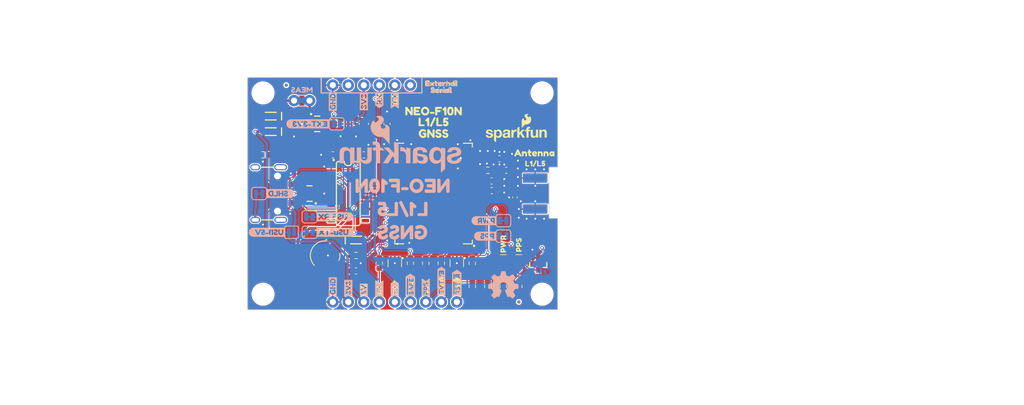
<source format=kicad_pcb>
(kicad_pcb (version 20240108) (generator "pcbnew") (generator_version "8.0")
  (layers (0 "F.Cu" signal) (31 "B.Cu" signal) (34 "B.Paste" user) (35 "F.Paste" user) (36 "B.SilkS" user "B.Silkscreen") (37 "F.SilkS" user "F.Silkscreen") (38 "B.Mask" user) (39 "F.Mask" user) (44 "Edge.Cuts" user))
  (net 0 "")
  (net 1 "GND")
  (net 2 "3.3V")
  (net 3 "3.3V_A")
  (net 4 "Net-(J1-CC1)")
  (net 5 "Net-(J1-CC2)")
  (net 7 "Net-(C4-Pad1)")
  (net 8 "VCC_RF")
  (net 9 "V_BCKP")
  (net 10 "Net-(D6-A2)")
  (net 11 "ANT_IN")
  (net 12 "~{SAFEBOOT}")
  (net 13 "Net-(D4-A)")
  (net 14 "PPS")
  (net 15 "RXD")
  (net 16 "VBUS")
  (net 17 "TXD")
  (net 18 "Net-(JP1-A)")
  (net 19 "Net-(U3-TXD)")
  (net 20 "Net-(U3-RXD)")
  (net 21 "Net-(U3-~{SAFEBOOT})")
  (net 22 "Net-(U3-TIMEPULSE)")
  (net 23 "Net-(U3-EXTINT)")
  (net 24 "Net-(U3-~{RESET})")
  (net 25 "VCC")
  (net 26 "EVENT")
  (net 27 "~{RESET}")
  (net 33 "Net-(D5-PadC)")
  (net 34 "/D+")
  (net 35 "/D-")
  (net 37 "Net-(JP2-A)")
  (net 38 "Net-(JP3-A)")
  (net 39 "Net-(JP4-A)")
  (net 52 "Net-(D1-A)")
  (net 53 "Net-(J1-SHIELD)")
  (net 55 "5V")
  (net 65 "Net-(JP5-A)")
  (net 67 "Net-(J4-Pin_4)")
  (net 69 "3.3V_P")
  (net 70 "Net-(D4-K)")
  (footprint "kibuzzard-654D2357" (layer "F.Cu") (at 133.35 148.463 90)
    (property "Reference" "kibuzzard-654D2357" (hide yes))
    (property "Value" "G***" (hide yes))
  )
  (footprint "kibuzzard-64C2E6A3" (layer "F.Cu") (at 143.51 141.605 90)
    (property "Reference" "kibuzzard-64C2E6A3" (hide yes))
    (property "Value" "G***" (hide yes))
  )
  (footprint "SparkFun-LED:LED_0603_1608Metric_Yellow" (layer "F.Cu") (at 146.05 144.78 -90)
    (property "Reference" "D4")
    (property "Value" "Yellow")
  )
  (footprint "SparkFun-Connector:1x09" (layer "F.Cu") (at 135.89 151.13 180)
    (property "Reference" "J2")
    (property "Value" "Conn_01x09")
  )
  (footprint "SparkFun-Resistor:R_0603_1608Metric" (layer "F.Cu") (at 138.43 148.59 -90)
    (property "Reference" "R12")
    (property "Value" "10k")
  )
  (footprint "SparkFun-Aesthetic:Fiducial_0.5mm_Mask1mm" (layer "F.Cu") (at 107.95 115.57)
    (property "Reference" "FID3")
    (property "Value" "Fiducial_0.5mm")
  )
  (footprint "kibuzzard-64E774EF" (layer "F.Cu") (at 120.65 149.098 90)
    (property "Reference" "kibuzzard-64E774EF" (hide yes))
    (property "Value" "G***" (hide yes))
  )
  (footprint "SparkFun-Resistor:R_0603_1608Metric" (layer "F.Cu") (at 140.97 148.59 90)
    (property "Reference" "R34")
    (property "Value" "33")
  )
  (footprint "SparkFun-Resistor:R_0603_1608Metric" (layer "F.Cu") (at 140.97 129.54 180)
    (property "Reference" "R3")
    (property "Value" "10")
  )
  (footprint "SparkFun-Resistor:R_0603_1608Metric" (layer "F.Cu") (at 123.19 144.78 -90)
    (property "Reference" "R15")
    (property "Value" "33")
  )
  (footprint "SparkFun-Connector:USB-C_16" (layer "F.Cu") (at 107.95 133.35 -90)
    (property "Reference" "J1")
    (property "Value" "USB_C_Receptacle")
  )
  (footprint "SparkFun-Semiconductor-Standard:SOD-323" (layer "F.Cu") (at 105.41 120.65 180)
    (property "Reference" "D7")
    (property "Value" "PMEG4005EJ")
  )
  (footprint "SparkFun-Hardware:Standoff" (layer "F.Cu") (at 149.86 149.86)
    (property "Reference" "ST2")
    (property "Value" "STAND-OFF")
  )
  (footprint "kibuzzard-64C2E6BD" (layer "F.Cu") (at 146.05 141.76375 90)
    (property "Reference" "kibuzzard-64C2E6BD" (hide yes))
    (property "Value" "G***" (hide yes))
  )
  (footprint "kibuzzard-64C2EB16" (layer "F.Cu") (at 148.59 126.6825)
    (property "Reference" "kibuzzard-64C2EB16" (hide yes))
    (property "Value" "G***" (hide yes))
  )
  (footprint "SparkFun-Resistor:R_0603_1608Metric" (layer "F.Cu") (at 130.81 144.78 -90)
    (property "Reference" "R29")
    (property "Value" "33")
  )
  (footprint "SparkFun-Semiconductor-Standard:SOD-323" (layer "F.Cu") (at 119.38 140.97)
    (property "Reference" "D5")
    (property "Value" "PMEG4005EJ")
  )
  (footprint "kibuzzard-654D22ED" (layer "F.Cu") (at 123.19 148.844 90)
    (property "Reference" "kibuzzard-654D22ED" (hide yes))
    (property "Value" "G***" (hide yes))
  )
  (footprint "SparkFun-Resistor:R_0603_1608Metric" (layer "F.Cu") (at 104.14 127 180)
    (property "Reference" "R2")
    (property "Value" "5.1k")
  )
  (footprint "SparkFun-Resistor:R_0603_1608Metric" (layer "F.Cu") (at 146.05 148.59 90)
    (property "Reference" "R5")
    (property "Value" "2.2k")
  )
  (footprint "kibuzzard-655A6CC4" (layer "F.Cu") (at 128.27 148.336 90)
    (property "Reference" "kibuzzard-655A6CC4" (hide yes))
    (property "Value" "G***" (hide yes))
  )
  (footprint "kibuzzard-64E774E1" (layer "F.Cu") (at 115.57 148.59 90)
    (property "Reference" "kibuzzard-64E774E1" (hide yes))
    (property "Value" "G***" (hide yes))
  )
  (footprint "SparkFun-LED:LED_0603_1608Metric_Red" (layer "F.Cu") (at 143.51 144.78 -90)
    (property "Reference" "D1")
    (property "Value" "Red")
  )
  (footprint "kibuzzard-65989942" (layer "F.Cu") (at 133.35 115.2525)
    (property "Reference" "kibuzzard-65989942" (hide yes))
    (property "Value" "G***" (hide yes))
  )
  (footprint "SparkFun-Resistor:R_0603_1608Metric" (layer "F.Cu") (at 143.51 148.59 90)
    (property "Reference" "R4")
    (property "Value" "4.7k")
  )
  (footprint "SparkFun-Capacitor:C_0603_1608Metric" (layer "F.Cu") (at 116.84 121.92 -90)
    (property "Reference" "C2")
    (property "Value" "0.1uF")
  )
  (footprint "SparkFun-Semiconductor-Standard:SOT-353" (layer "F.Cu") (at 125.73 144.78 -90)
    (property "Reference" "D2")
    (property "Value" "PESD3V3L4UG")
  )
  (footprint "SparkFun-Capacitor:C_0603_1608Metric" (layer "F.Cu") (at 121.92 121.92 -90)
    (property "Reference" "L2")
    (property "Value" "30Ohm")
  )
  (footprint "SparkFun-Resistor:R_0603_1608Metric" (layer "F.Cu") (at 128.27 144.78 -90)
    (property "Reference" "R16")
    (property "Value" "33")
  )
  (footprint "SparkFun-Semiconductor-Standard:SOT23-3" (layer "F.Cu") (at 149.225 144.78 -90)
    (property "Reference" "Q1")
    (property "Value" "BSS138")
  )
  (footprint "SparkFun-Semiconductor-Standard:SO-16" (layer "F.Cu") (at 118.11 133.35)
    (property "Reference" "U8")
    (property "Value" "CH340C")
  )
  (footprint "SparkFun-Aesthetic:Fiducial_0.5mm_Mask1mm" (layer "F.Cu") (at 146.05 151.13)
    (property "Reference" "FID4")
    (property "Value" "Fiducial_0.5mm")
  )
  (footprint "kibuzzard-654D22C2" (layer "F.Cu") (at 118.11 148.844 90)
    (property "Reference" "kibuzzard-654D22C2" (hide yes))
    (property "Value" "G***" (hide yes))
  )
  (footprint "SparkFun-Connector:SMA_Edge" (layer "F.Cu") (at 148.717 133.35 -90)
    (property "Reference" "J5")
    (property "Value" "Val**")
  )
  (footprint "SparkFun-Capacitor:C_0603_1608Metric" (layer "F.Cu") (at 124.46 121.92 90)
    (property "Reference" "C16")
    (property "Value" "0.1uF")
  )
  (footprint "kibuzzard-6542D208" (layer "F.Cu") (at 132.08 119.8245)
    (property "Reference" "kibuzzard-6542D208" (hide yes))
    (property "Value" "G***" (hide yes))
  )
  (footprint "SparkFun-Semiconductor-Standard:SOD-323" (layer "F.Cu") (at 105.41 123.19 180)
    (property "Reference" "D8")
    (property "Value" "PMEG4005EJ")
  )
  (footprint "SparkFun-Resistor:R_0603_1608Metric" (layer "F.Cu") (at 104.14 139.7 180)
    (property "Reference" "R1")
    (property "Value" "5.1k")
  )
  (footprint "SparkFun-Hardware:Standoff" (layer "F.Cu") (at 149.86 116.84)
    (property "Reference" "ST1")
    (property "Value" "STAND-OFF")
  )
  (footprint "SparkFun-Semiconductor-Standard:SOT23-5" (layer "F.Cu") (at 113.03 121.92)
    (property "Reference" "U2")
    (property "Value" "AP2112K-3.3")
  )
  (footprint "SparkFun-Connector:1x06" (layer "F.Cu") (at 128.27 115.57 180)
    (property "Reference" "J4")
    (property "Value" "Conn_01x06")
  )
  (footprint "SparkFun-Capacitor:C_0603_1608Metric" (layer "F.Cu") (at 141.605 132.87375 180)
    (property "Reference" "C4")
    (property "Value" "0.1uF")
  )
  (footprint "SparkFun-Aesthetic:SparkFun_Logo_10mm" (layer "F.Cu") (at 145.57375 123.5075)
    (property "Reference" "G***" (hide yes))
    (property "Value" "LOGO" (hide yes))
  )
  (footprint "SparkFun-Capacitor:C_0603_1608Metric" (layer "F.Cu") (at 119.38 121.92 -90)
    (property "Reference" "C8")
    (property "Value" "1.0uF")
  )
  (footprint "kibuzzard-65989731" (layer "F.Cu") (at 120.65 118.26875 90)
    (property "Reference" "kibuzzard-65989731" (hide yes))
    (property "Value" "G***" (hide yes))
  )
  (footprint "SparkFun-Semiconductor-Standard:SOT-353" (layer "F.Cu") (at 135.89 144.78 -90)
    (property "Reference" "D3")
    (property "Value" "PESD3V3L4UG")
  )
  (footprint "kibuzzard-6542D20F" (layer "F.Cu") (at 132.08 121.6025)
    (property "Reference" "kibuzzard-6542D20F" (hide yes))
    (property "Value" "G***" (hide yes))
  )
  (footprint "SparkFun-Capacitor:C_0603_1608Metric" (layer "F.Cu") (at 142.875 127.635 180)
    (property "Reference" "C7")
    (property "Value" "47pF")
  )
  (footprint "kibuzzard-64E773DA" (layer "F.Cu") (at 115.57 118.26875 90)
    (property "Reference" "kibuzzard-64E773DA" (hide yes))
    (property "Value" "G***" (hide yes))
  )
  (footprint "kibuzzard-654D232B" (layer "F.Cu") (at 130.81 148.717 90)
    (property "Reference" "kibuzzard-654D232B" (hide yes))
    (property "Value" "G***" (hide yes))
  )
  (footprint "SparkFun-Capacitor:C_0603_1608Metric" (layer "F.Cu") (at 120.65 127)
    (property "Reference" "C12")
    (property "Value" "0.1uF")
  )
  (footprint "kibuzzard-659876FC" (layer "F.Cu") (at 123.19 118.11 90)
    (property "Reference" "kibuzzard-659876FC" (hide yes))
    (property "Value" "G***" (hide yes))
  )
  (footprint "kibuzzard-654D22FF" (layer "F.Cu") (at 125.73 148.844 90)
    (property "Reference" "kibuzzard-654D22FF" (hide yes))
    (property "Value" "G***" (hide yes))
  )
  (footprint "kibuzzard-654D4A62" (layer "F.Cu") (at 148.74875 128.42875)
    (property "Reference" "kibuzzard-654D4A62" (hide yes))
    (property "Value" "G***" (hide yes))
  )
  (footprint "SparkFun-Aesthetic:Ordering_Instructions" (layer "F.Cu") (at 165.223 101.85)
    (property "Reference" "U7" (hide yes))
    (property "Value" "~" (hide yes))
  )
  (footprint "SparkFun-Capacitor:C_0603_1608Metric" (layer "F.Cu") (at 141.605 131.28625 180)
    (property "Reference" "C6")
    (property "Value" "47pF")
  )
  (footprint "kibuzzard-655A6C20" (layer "F.Cu") (at 135.89 148.59 90)
    (property "Reference" "kibuzzard-655A6C20" (hide yes))
    (property "Value" "G***" (hide yes))
  )
  (footprint "SparkFun-Resistor:R_0603_1608Metric" (layer "F.Cu") (at 138.43 144.78 -90)
    (property "Reference" "R31")
    (property "Value" "33")
  )
  (footprint "SparkFun-Capacitor:C_0603_1608Metric" (layer "F.Cu") (at 109.22 121.92 -90)
    (property "Reference" "C1")
    (property "Value" "0.1uF")
  )
  (footprint "kibuzzard-6598770D" (layer "F.Cu") (at 125.73 118.11 90)
    (property "Reference" "kibuzzard-6598770D" (hide yes))
    (property "Value" "G***" (hide yes))
  )
  (footprint "SparkFun-Semiconductor-Standard:SOT23-6" (layer "F.Cu") (at 111.76 133.35 180)
    (property "Reference" "U1")
    (property "Value" "DT1042-04SO")
  )
  (footprint "SparkFun-Battery:ML414H_IV01E" (layer "F.Cu") (at 114.3 143.51)
    (property "Reference" "BT1")
    (property "Value" "6.8mm_ML414H")
  )
  (footprint "SparkFun-Capacitor:C_0603_1608Metric" (layer "F.Cu") (at 115.57 127 180)
    (property "Reference" "C13")
    (property "Value" "0.1uF")
  )
  (footprint "kibuzzard-64D296AE" (layer "F.Cu") (at 132.08 123.5075)
    (property "Reference" "kibuzzard-64D296AE" (hide yes))
    (property "Value" "G***" (hide yes))
  )
  (footprint "kibuzzard-6598994F" (layer "F.Cu") (at 133.35 116.36375)
    (property "Reference" "kibuzzard-6598994F" (hide yes))
    (property "Value" "G***" (hide yes))
  )
  (footprint "SparkFun-Hardware:Standoff" (layer "F.Cu") (at 104.14 116.84)
    (property "Reference" "ST3")
    (property "Value" "STAND-OFF")
  )
  (footprint "SparkFun-Resistor:R_0603_1608Metric" (layer "F.Cu") (at 133.35 144.78 -90)
    (property "Reference" "R30")
    (property "Value" "33")
  )
  (footprint "SparkFun-Capacitor:C_0603_1608Metric" (layer "F.Cu") (at 119.38 146.05)
    (property "Reference" "C3")
    (property "Value" "1.0uF")
  )
  (footprint "SparkFun-Capacitor:C_0603_1608Metric" (layer "F.Cu") (at 143.98625 129.54)
    (property "Reference" "L1")
    (property "Value" "33nH")
  )
  (footprint "SparkFun-Aesthetic:Creative_Commons_License" (layer "F.Cu") (at 107.95 163.83)
    (property "Reference" "G1" (hide yes))
    (property "Value" "OSHW_Logo" (hide yes))
  )
  (footprint "SparkFun-Resistor:R_0603_1608Metric" (layer "F.Cu") (at 119.38 143.51)
    (property "Reference" "R7")
    (property "Value" "1k")
  )
  (footprint "SparkFun-Capacitor:C_0402_1005Metric" (layer "F.Cu") (at 145.415 133.985 90)
    (property "Reference" "D6")
    (property "Value" " PESD0402")
  )
  (footprint "SparkFun-GPS:NEO-M9N_M8T_M8U_D9S_F9P_F10N" (layer "F.Cu") (at 132.08 133.35)
    (property "Reference" "U3")
    (property "Value" "NEO-F10N")
  )
  (footprint "SparkFun-Hardware:Standoff" (layer "F.Cu") (at 104.14 149.86)
    (property "Reference" "ST4")
    (property "Value" "STAND-OFF")
  )
  (footprint "kibuzzard-654D4E65" (layer "B.Cu") (at 133.35 147.701 -90)
    (property "Reference" "kibuzzard-654D4E65" (hide yes))
    (property "Value" "G***" (hide yes))
  )
  (footprint "kibuzzard-64E774F5" (layer "B.Cu") (at 120.65 149.098 -90)
    (property "Reference" "kibuzzard-64E774F5" (hide yes))
    (property "Value" "G***" (hide yes))
  )
  (footprint "kibuzzard-65989F92" (layer "B.Cu") (at 140.49375 140.335 180)
    (property "Reference" "kibuzzard-65989F92" (hide yes))
    (property "Value" "G***" (hide yes))
  )
  (footprint "kibuzzard-654D22C2" (layer "B.Cu") (at 118.11 148.844 -90)
    (property "Reference" "kibuzzard-654D22C2" (hide yes))
    (property "Value" "G***" (hide yes))
  )
  (footprint "SparkFun-Jumper:Jumper_2_NC_Trace" (layer "B.Cu") (at 143.51 140.335)
    (property "Reference" "JP3")
    (property "Value" "~")
  )
  (footprint "SparkFun-Jumper:Jumper_2_PTH_SMD_Combo-NC" (layer "B.Cu") (at 110.49 118.11)
    (property "Reference" "JP5")
    (property "Value" "Measure")
  )
  (footprint "SparkFun-Jumper:Jumper_2_NC_Trace" (layer "B.Cu") (at 103.505 133.35 180)
    (property "Reference" "JP7")
    (property "Value" "~")
  )
  (footprint "SparkFun-Jumper:Jumper_2_NC_Trace" (layer "B.Cu") (at 111.76 137.16)
    (property "Reference" "JP1")
    (property "Value" "~")
  )
  (footprint "SparkFun-Aesthetic:Fiducial_0.5mm_Mask1mm" (layer "B.Cu") (at 107.95 115.57 180)
    (property "Reference" "FID2")
    (property "Value" "Fiducial_0.5mm")
  )
  (footprint "kibuzzard-654D24AA" (layer "B.Cu") (at 116.078 139.7 180)
    (property "Reference" "kibuzzard-654D24AA" (hide yes))
    (property "Value" "G***" (hide yes))
  )
  (footprint "SparkFun-Aesthetic:Fiducial_0.5mm_Mask1mm" (layer "B.Cu") (at 146.05 151.13 180)
    (property "Reference" "FID1")
    (property "Value" "Fiducial_0.5mm")
  )
  (footprint "kibuzzard-64E773DA" (layer "B.Cu") (at 115.57 118.26875 -90)
    (property "Reference" "kibuzzard-64E773DA" (hide yes))
    (property "Value" "G***" (hide yes))
  )
  (footprint "SparkFun-Aesthetic:SparkFun_Logo_20mm" (layer "B.Cu") (at 127 127 180)
    (property "Reference" "G***" (hide yes))
    (property "Value" "LOGO" (hide yes))
  )
  (footprint "kibuzzard-65989731" (layer "B.Cu") (at 120.65 118.26875 -90)
    (property "Reference" "kibuzzard-65989731" (hide yes))
    (property "Value" "G***" (hide yes))
  )
  (footprint "SparkFun-Jumper:Jumper_2_NO" (layer "B.Cu") (at 108.8136 139.7)
    (property "Reference" "JP6")
    (property "Value" "~")
  )
  (footprint "kibuzzard-65989F89" (layer "B.Cu") (at 140.335 137.795 180)
    (property "Reference" "kibuzzard-65989F89" (hide yes))
    (property "Value" "G***" (hide yes))
  )
  (footprint "kibuzzard-65989F3D" (layer "B.Cu") (at 104.775 139.7 180)
    (property "Reference" "kibuzzard-65989F3D" (hide yes))
    (property "Value" "G***" (hide yes))
  )
  (footprint "SparkFun-Jumper:Jumper_2_NC_Trace" (layer "B.Cu") (at 116.205 121.92 180)
    (property "Reference" "JP8")
    (property "Value" "~")
  )
  (footprint "SparkFun-Aesthetic:OSHW_Logo_5mm" (layer "B.Cu") (at 143.51 148.59 180)
    (property "Reference" "Ref**" (hide yes))
    (property "Value" "Val**" (hide yes))
  )
  (footprint "kibuzzard-6598A076" (layer "B.Cu") (at 106.9975 133.35 180)
    (property "Reference" "kibuzzard-6598A076" (hide yes))
    (property "Value" "G***" (hide yes))
  )
  (footprint "SparkFun-Jumper:Jumper_2_NC_Trace" (layer "B.Cu") (at 111.76 139.7)
    (property "Reference" "JP4")
    (property "Value" "~")
  )
  (footprint "kibuzzard-65989942" (layer "B.Cu") (at 133.35 115.2525 180)
    (property "Reference" "kibuzzard-65989942" (hide yes))
    (property "Value" "G***" (hide yes))
  )
  (footprint "kibuzzard-650880E6" (layer "B.Cu") (at 127 139.7 180)
    (property "Reference" "kibuzzard-650880E6" (hide yes))
    (property "Value" "G***" (hide yes))
  )
  (footprint "kibuzzard-654D4E9F" (layer "B.Cu") (at 125.73 148.971 -90)
    (property "Reference" "kibuzzard-654D4E9F" (hide yes))
    (property "Value" "G***" (hide yes))
  )
  (footprint "kibuzzard-654D4EBD" (layer "B.Cu") (at 123.19 148.971 -90)
    (property "Reference" "kibuzzard-654D4EBD" (hide yes))
    (property "Value" "G***" (hide yes))
  )
  (footprint "kibuzzard-655A6CE2" (layer "B.Cu") (at 128.27 148.336 -90)
    (property "Reference" "kibuzzard-655A6CE2" (hide yes))
    (property "Value" "G***" (hide yes))
  )
  (footprint "kibuzzard-654D24CA" (layer "B.Cu") (at 110.49 116.332 180)
    (property "Reference" "kibuzzard-654D24CA" (hide yes))
    (property "Value" "G***" (hide yes))
  )
  (footprint "kibuzzard-6542D1F0" (layer "B.Cu") (at 127 132.08 180)
    (property "Reference" "kibuzzard-6542D1F0" (hide yes))
    (property "Value" "G***" (hide yes))
  )
  (footprint "kibuzzard-6542D1FC" (layer "B.Cu") (at 127 135.89 180)
    (property "Reference" "kibuzzard-6542D1FC" (hide yes))
    (property "Value" "G***" (hide yes))
  )
  (footprint "SparkFun-Jumper:Jumper_2_NC_Trace" (layer "B.Cu") (at 143.51 137.795)
    (property "Reference" "JP2")
    (property "Value" "~")
  )
  (footprint "kibuzzard-6598978C" (layer "B.Cu") (at 125.73 118.11 -90)
    (property "Reference" "kibuzzard-6598978C" (hide yes))
    (property "Value" "G***" (hide yes))
  )
  (footprint "kibuzzard-654D24A3" (layer "B.Cu") (at 115.951 137.16 180)
    (property "Reference" "kibuzzard-654D24A3" (hide yes))
    (property "Value" "G***" (hide yes))
  )
  (footprint "kibuzzard-654D4E82" (layer "B.Cu") (at 130.81 148.717 -90)
    (property "Reference" "kibuzzard-654D4E82" (hide yes))
    (property "Value" "G***" (hide yes))
  )
  (footprint "kibuzzard-6598A013" (layer "B.Cu") (at 111.4425 121.92 180)
    (property "Reference" "kibuzzard-6598A013" (hide yes))
    (property "Value" "G***" (hide yes))
  )
  (footprint "kibuzzard-64E774E7" (layer "B.Cu") (at 115.57 148.59 -90)
    (property "Reference" "kibuzzard-64E774E7" (hide yes))
    (property "Value" "G***" (hide yes))
  )
  (footprint "kibuzzard-655A6C73" (layer "B.Cu") (at 135.89 147.955 -90)
    (property "Reference" "kibuzzard-655A6C73" (hide yes))
    (property "Value" "G***" (hide yes))
  )
  (footprint "kibuzzard-65989781" (layer "B.Cu") (at 123.19 118.11 -90)
    (property "Reference" "kibuzzard-65989781" (hide yes))
    (property "Value" "G***" (hide yes))
  )
  (footprint "kibuzzard-6598994F" (layer "B.Cu") (at 133.35 116.36375 180)
    (property "Reference" "kibuzzard-6598994F" (hide yes))
    (property "Value" "G***" (hide yes))
  )
  (gr_line (start 130.175 116.84) (end 113.665 116.84) (stroke (width 0.1778)) (layer "B.SilkS"))
  (gr_line (start 113.665 114.45875) (end 113.665 116.84) (stroke (width 0.1778)) (layer "B.SilkS"))
  (gr_line (start 130.175 116.84) (end 130.175 114.45875) (stroke (width 0.1778)) (layer "B.SilkS"))
  (gr_line (start 130.175 114.45875) (end 130.175 116.84) (stroke (width 0.1778)) (layer "F.SilkS"))
  (gr_line (start 113.665 116.84) (end 113.665 114.45875) (stroke (width 0.1778)) (layer "F.SilkS"))
  (gr_line (start 130.175 116.84) (end 113.665 116.84) (stroke (width 0.1778)) (layer "F.SilkS"))
  (gr_poly (pts (xy 101.600572 152.4) (xy 101.600572 114.3) (xy 152.400572 114.3) (xy 152.400572 129.032) (xy 151.003572 129.032) (xy 151.003572 137.414) (xy 152.400572 137.414) (xy 152.400572 152.4)) (stroke (width 0.1)) (fill none) (layer "Edge.Cuts"))
  (gr_text "v10" (at 149.86 146.05 0) (layer "B.Cu" knockout) (effects (font (size 1 1) (thickness 0.25) (bold yes)) (justify mirror)))
  (segment (start 136.04875 125.25375) (end 136.04875 126.0475) (width 0.4064) (layer "F.Cu") (net 1))
  (segment (start 128.11125 141.44625) (end 128.11125 140.97) (width 0.4064) (layer "F.Cu") (net 1))
  (segment (start 111.7299 121.92) (end 110.49 121.92) (width 0.4064) (layer "F.Cu") (net 1))
  (segment (start 136.04875 129.2225) (end 136.72125 128.55) (width 0.4064) (layer "F.Cu") (net 1))
  (segment (start 124.491882 141.053029) (end 124.491882 140.461868) (width 0.4064) (layer "F.Cu") (net 1))
  (segment (start 135.89 143.98) (end 135.89 144.78) (width 0.1778) (layer "F.Cu") (net 1))
  (segment (start 139.674 128.55) (end 139.7 128.524) (width 0.4064) (layer "F.Cu") (net 1))
  (segment (start 136.04875 126.0475) (end 136.35125 126.35) (width 0.4064) (layer "F.Cu") (net 1))
  (segment (start 108.6101 130.125) (end 108.6871 130.048) (width 0.4064) (layer "F.Cu") (net 1))
  (segment (start 128.42875 125.25375) (end 127.3325 126.35) (width 0.4064) (layer "F.Cu") (net 1))
  (segment (start 136.35125 126.35) (end 138.08 126.35) (width 0.4064) (layer "F.Cu") (net 1))
  (segment (start 139.685 126.35) (end 139.7 126.365) (width 0.4064) (layer "F.Cu") (net 1))
  (segment (start 138.08 128.55) (end 139.674 128.55) (width 0.4064) (layer "F.Cu") (net 1))
  (segment (start 108.508 136.575) (end 108.585 136.652) (width 0.4064) (layer "F.Cu") (net 1))
  (segment (start 125.08 126.35) (end 126.08 126.35) (width 0.4064) (layer "F.Cu") (net 1))
  (segment (start 107.61 136.575) (end 108.508 136.575) (width 0.4064) (layer "F.Cu") (net 1))
  (segment (start 127.3325 126.35) (end 126.08 126.35) (width 0.4064) (layer "F.Cu") (net 1))
  (segment (start 124.491882 140.461868) (end 124.60375 140.35) (width 0.4064) (layer "F.Cu") (net 1))
  (segment (start 124.60375 140.35) (end 126.08 140.35) (width 0.4064) (layer "F.Cu") (net 1))
  (segment (start 136.72125 128.55) (end 138.08 128.55) (width 0.4064) (layer "F.Cu") (net 1))
  (segment (start 113.0601 133.35) (end 114.173 133.35) (width 0.4064) (layer "F.Cu") (net 1))
  (segment (start 123.98375 125.25375) (end 125.08 126.35) (width 0.4064) (layer "F.Cu") (net 1))
  (segment (start 127.49125 140.35) (end 126.08 140.35) (width 0.4064) (layer "F.Cu") (net 1))
  (segment (start 107.61 130.125) (end 108.6101 130.125) (width 0.4064) (layer "F.Cu") (net 1))
  (segment (start 125.73 143.98) (end 125.73 144.78) (width 0.1778) (layer "F.Cu") (net 1))
  (segment (start 138.08 126.35) (end 139.685 126.35) (width 0.4064) (layer "F.Cu") (net 1))
  (segment (start 128.11125 140.97) (end 127.49125 140.35) (width 0.4064) (layer "F.Cu") (net 1))
  (via (at 148.74875 129.38125) (size 0.6096) (drill 0.3048) (layers "F.Cu" "B.Cu") (net 1))
  (via (at 146.05 137.31875) (size 0.6096) (drill 0.3048) (layers "F.Cu" "B.Cu") (net 1))
  (via (at 147.32 137.4775) (size 0.6096) (drill 0.3048) (layers "F.Cu" "B.Cu") (net 1))
  (via (at 139.7 126.365) (size 0.6096) (drill 0.3048) (layers "F.Cu" "B.Cu") (net 1))
  (via (at 148.2725 142.5575) (size 0.6096) (drill 0.3048) (layers "F.Cu" "B.Cu") (net 1))
  (via (at 125.73 144.78) (size 0.6096) (drill 0.3048) (layers "F.Cu" "B.Cu") (net 1))
  (via (at 124.46 119.888) (size 0.6096) (drill 0.3048) (layers "F.Cu" "B.Cu") (net 1))
  (via (at 114.173 128.905) (size 0.6096) (drill 0.3048) (layers "F.Cu" "B.Cu") (net 1))
  (via (at 126.111 124.587) (size 0.6096) (drill 0.3048) (layers "F.Cu" "B.Cu") (net 1))
  (via (at 128.42875 125.25375) (size 0.6096) (drill 0.3048) (layers "F.Cu" "B.Cu") (net 1))
  (via (at 136.525 127.508) (size 0.6096) (drill 0.3048) (layers "F.Cu" "B.Cu") (net 1))
  (via (at 123.98375 125.25375) (size 0.6096) (drill 0.3048) (layers "F.Cu" "B.Cu") (net 1))
  (via (at 150.1775 129.38125) (size 0.6096) (drill 0.3048) (layers "F.Cu" "B.Cu") (net 1))
  (via (at 145.89125 127.9525) (size 0.6096) (drill 0.3048) (layers "F.Cu" "B.Cu") (net 1))
  (via (at 110.49 121.92) (size 0.6096) (drill 0.3048) (layers "F.Cu" "B.Cu") (net 1))
  (via (at 142.875 128.5875) (size 0.6096) (drill 0.3048) (layers "F.Cu" "B.Cu") (net 1))
  (via (at 104.1151 128.11125) (size 0.6096) (drill 0.3048) (layers "F.Cu" "B.Cu") (net 1))
  (via (at 139.7 128.524) (size 0.6096) (drill 0.3048) (layers "F.Cu" "B.Cu") (net 1))
  (via (at 108.6871 130.048) (size 0.6096) (drill 0.3048) (layers "F.Cu" "B.Cu") (net 1))
  (via (at 140.81125 128.42875) (size 0.6096) (drill 0.3048) (layers "F.Cu" "B.Cu") (net 1))
  (via (at 104.1151 138.43) (size 0.6096) (drill 0.3048) (layers "F.Cu" "B.Cu") (net 1))
  (via (at 126.111 141.605) (size 0.6096) (drill 0.3048) (layers "F.Cu" "B.Cu") (net 1))
  (via (at 145.89125 129.2225) (size 0.6096) (drill 0.3048) (layers "F.Cu" "B.Cu") (net 1))
  (via (at 142.875 126.52375) (size 0.6096) (drill 0.3048) (layers "F.Cu" "B.Cu") (net 1))
  (via (at 144.4625 133.985) (size 0.6096) (drill 0.3048) (layers "F.Cu" "B.Cu") (net 1))
  (via (at 114.173 133.35) (size 0.6096) (drill 0.3048) (layers "F.Cu" "B.Cu") (net 1))
  (via (at 121.412 125.349) (size 0.6096) (drill 0.3048) (layers "F.Cu" "B.Cu") (net 1))
  (via (at 124.491882 141.053029) (size 0.6096) (drill 0.3048) (layers "F.Cu" "B.Cu") (net 1))
  (via (at 142.08125 126.365) (size 0.6096) (drill 0.3048) (layers "F.Cu" "B.Cu") (net 1))
  (via (at 150.1775 137.4775) (size 0.6096) (drill 0.3048) (layers "F.Cu" "B.Cu") (net 1))
  (via (at 116.84 123.952) (size 0.6096) (drill 0.3048) (layers "F.Cu" "B.Cu") (net 1))
  (via (at 141.9225 128.5875) (size 0.6096) (drill 0.3048) (layers "F.Cu" "B.Cu") (net 1))
  (via (at 146.3675 134.62) (size 0.6096) (drill 0.3048) (layers "F.Cu" "B.Cu") (net 1))
  (via (at 119.38 123.98375) (size 0.6096) (drill 0.3048) (layers "F.Cu" "B.Cu") (net 1))
  (via (at 136.04875 129.2225) (size 0.6096) (drill 0.3048) (layers "F.Cu" "B.Cu") (net 1))
  (via (at 114.77625 143.51) (size 0.6096) (drill 0.3048) (layers "F.Cu" "B.Cu") (net 1))
  (via (at 143.66875 133.19125) (size 0.6096) (drill 0.3048) (layers "F.Cu" "B.Cu") (net 1))
  (via (at 113.665 127) (size 0.6096) (drill 0.3048) (layers "F.Cu" "B.Cu") (net 1))
  (via (at 145.89125 130.65125) (size 0.6096) (drill 0.3048) (layers "F.Cu" "B.Cu") (net 1))
  (via (at 140.97 126.365) (size 0.6096) (drill 0.3048) (layers "F.Cu" "B.Cu") (net 1))
  (via (at 138.1125 124.61875) (size 0.6096) (drill 0.3048) (layers "F.Cu" "B.Cu") (net 1))
  (via (at 144.93875 126.84125) (size 0.6096) (drill 0.3048) (layers "F.Cu" "B.Cu") (net 1))
  (via (at 148.74875 137.4775) (size 0.6096) (drill 0.3048) (layers "F.Cu" "B.Cu") (net 1))
  (via (at 148.74875 132.08) (size 0.6096) (drill 0.3048) (layers "F.Cu" "B.Cu") (net 1))
  (via (at 145.89125 132.08) (size 0.6096) (drill 0.3048) (layers "F.Cu" "B.Cu") (net 1))
  (via (at 147.32 129.38125) (size 0.6096) (drill 0.3048) (layers "F.Cu" "B.Cu") (net 1))
  (via (at 108.585 136.652) (size 0.6096) (drill 0.3048) (layers "F.Cu" "B.Cu") (net 1))
  (via (at 128.11125 141.44625) (size 0.6096) (drill 0.3048) (layers "F.Cu" "B.Cu") (net 1))
  (via (at 143.66875 126.52375) (size 0.6096) (drill 0.3048) (layers "F.Cu" "B.Cu") (net 1))
  (via (at 109.22 123.98375) (size 0.6096) (drill 0.3048) (layers "F.Cu" "B.Cu") (net 1))
  (via (at 120.142 144.78) (size 0.6096) (drill 0.3048) (layers "F.Cu" "B.Cu") (net 1))
  (via (at 136.04875 125.25375) (size 0.6096) (drill 0.3048) (layers "F.Cu" "B.Cu") (net 1))
  (via (at 143.66875 128.5875) (size 0.6096) (drill 0.3048) (layers "F.Cu" "B.Cu") (net 1))
  (via (at 135.89 144.78) (size 0.6096) (drill 0.3048) (layers "F.Cu" "B.Cu") (net 1))
  (via (at 148.74875 134.62) (size 0.6096) (drill 0.3048) (layers "F.Cu" "B.Cu") (net 1))
  (via (at 143.66875 130.96875) (size 0.6096) (drill 0.3048) (layers "F.Cu" "B.Cu") (net 1))
  (via (at 146.05 135.89) (size 0.6096) (drill 0.3048) (layers "F.Cu" "B.Cu") (net 1))
  (via (at 143.66875 132.08) (size 0.6096) (drill 0.3048) (layers "F.Cu" "B.Cu") (net 1))
  (segment (start 116.205 139.065) (end 118.11 137.16) (width 0.4064) (layer "F.Cu") (net 2))
  (segment (start 118.11 121.145) (end 119.38 121.145) (width 0.4064) (layer "F.Cu") (net 2))
  (segment (start 115.72875 120.97) (end 116.665 120.97) (width 0.4064) (layer "F.Cu") (net 2))
  (segment (start 109.855 146.05) (end 109.855 140.97) (width 0.4064) (layer "F.Cu") (net 2))
  (segment (start 111.76 139.065) (end 116.205 139.065) (width 0.4064) (layer "F.Cu") (net 2))
  (segment (start 118.11 124.46) (end 118.11 121.145) (width 0.4064) (layer "F.Cu") (net 2))
  (segment (start 118.11 151.13) (end 114.935 147.955) (width 0.4064) (layer "F.Cu") (net 2))
  (segment (start 114.935 147.955) (end 111.76 147.955) (width 0.4064) (layer "F.Cu") (net 2))
  (segment (start 109.855 140.97) (end 111.76 139.065) (width 0.4064) (layer "F.Cu") (net 2))
  (segment (start 118.11 137.16) (end 118.11 124.46) (width 0.4064) (layer "F.Cu") (net 2))
  (segment (start 114.3301 120.97) (end 115.72875 120.97) (width 0.4064) (layer "F.Cu") (net 2))
  (segment (start 115.72875 120.3325) (end 115.72875 120.97) (width 0.4064) (layer "F.Cu") (net 2))
  (segment (start 116.665 120.97) (end 116.84 121.145) (width 0.4064) (layer "F.Cu") (net 2))
  (segment (start 119.38 121.145) (end 121.92 121.145) (width 0.4064) (layer "F.Cu") (net 2))
  (segment (start 111.76 147.955) (end 109.855 146.05) (width 0.4064) (layer "F.Cu") (net 2))
  (segment (start 116.84 121.145) (end 118.11 121.145) (width 0.4064) (layer "F.Cu") (net 2))
  (via (at 115.72875 120.3325) (size 0.56) (drill 0.3) (layers "F.Cu" "B.Cu") (net 2))
  (segment (start 115.6843 120.37695) (end 115.72875 120.3325) (width 0.4064) (layer "B.Cu") (net 2))
  (segment (start 115.6843 121.92) (end 115.6843 120.37695) (width 0.4064) (layer "B.Cu") (net 2))
  (segment (start 122.497 139.25) (end 122.428 139.319) (width 0.4064) (layer "F.Cu") (net 3))
  (segment (start 140.97 145.246973) (end 140.97 143.002) (width 0.1778) (layer "F.Cu") (net 3))
  (segment (start 122.428 139.954) (end 122.428 139.319) (width 0.4064) (layer "F.Cu") (net 3))
  (segment (start 138.451973 147.765) (end 140.97 145.246973) (width 0.1778) (layer "F.Cu") (net 3))
  (segment (start 138.43 147.765) (end 138.451973 147.765) (width 0.1778) (layer "F.Cu") (net 3))
  (segment (start 122.428 124.587) (end 121.92 124.079) (width 0.4064) (layer "F.Cu") (net 3))
  (segment (start 126.08 139.25) (end 122.497 139.25) (width 0.4064) (layer "F.Cu") (net 3))
  (segment (start 120.53 140.97) (end 121.3485 140.97) (width 0.4064) (layer "F.Cu") (net 3))
  (segment (start 122.3645 139.954) (end 122.428 139.954) (width 0.4064) (layer "F.Cu") (net 3))
  (segment (start 122.428 139.319) (end 122.428 124.587) (width 0.4064) (layer "F.Cu") (net 3))
  (segment (start 121.3485 140.97) (end 122.3645 139.954) (width 0.4064) (layer "F.Cu") (net 3))
  (segment (start 121.92 122.695) (end 124.46 122.695) (width 0.4064) (layer "F.Cu") (net 3))
  (segment (start 121.92 124.079) (end 121.92 122.695) (width 0.4064) (layer "F.Cu") (net 3))
  (via (at 140.97 143.002) (size 0.56) (drill 0.3) (layers "F.Cu" "B.Cu") (net 3))
  (via (at 122.428 139.954) (size 0.56) (drill 0.3) (layers "F.Cu" "B.Cu") (net 3))
  (segment (start 144.0307 139.7) (end 144.0307 135.7757) (width 0.1778) (layer "B.Cu") (net 3))
  (segment (start 144.0307 135.7757) (end 143.51 135.255) (width 0.1778) (layer "B.Cu") (net 3))
  (segment (start 141.605 135.255) (end 140.97 135.89) (width 0.1778) (layer "B.Cu") (net 3))
  (segment (start 122.428 143.256) (end 122.428 142.494) (width 0.1778) (layer "B.Cu") (net 3))
  (segment (start 140.97 135.89) (end 140.97 143.002) (width 0.1778) (layer "B.Cu") (net 3))
  (segment (start 140.97 143.002) (end 140.462 143.51) (width 0.1778) (layer "B.Cu") (net 3))
  (segment (start 143.51 135.255) (end 141.605 135.255) (width 0.1778) (layer "B.Cu") (net 3))
  (segment (start 122.428 139.954) (end 122.428 142.494) (width 0.4064) (layer "B.Cu") (net 3))
  (segment (start 140.462 143.51) (end 122.682 143.51) (width 0.1778) (layer "B.Cu") (net 3))
  (segment (start 122.682 143.51) (end 122.428 143.256) (width 0.1778) (layer "B.Cu") (net 3))
  (segment (start 104.965 131.127) (end 105.938 132.1) (width 0.1778) (layer "F.Cu") (net 4))
  (segment (start 105.938 132.1) (end 107.61 132.1) (width 0.1778) (layer "F.Cu") (net 4))
  (segment (start 104.965 127) (end 104.965 131.127) (width 0.1778) (layer "F.Cu") (net 4))
  (segment (start 104.965 136.335) (end 106.2 135.1) (width 0.1778) (layer "F.Cu") (net 5))
  (segment (start 104.965 139.7) (end 104.965 136.335) (width 0.1778) (layer "F.Cu") (net 5))
  (segment (start 106.2 135.1) (end 107.61 135.1) (width 0.1778) (layer "F.Cu") (net 5))
  (segment (start 142.38 131.28625) (end 142.38 129.55875) (width 0.4064) (layer "F.Cu") (net 7))
  (segment (start 142.39875 129.54) (end 143.21125 129.54) (width 0.4064) (layer "F.Cu") (net 7))
  (segment (start 142.38 129.55875) (end 142.39875 129.54) (width 0.4064) (layer "F.Cu") (net 7))
  (segment (start 142.38 132.87375) (end 142.38 131.28625) (width 0.4064) (layer "F.Cu") (net 7))
  (segment (start 141.63625 129.54) (end 142.39875 129.54) (width 0.4064) (layer "F.Cu") (net 7))
  (segment (start 138.08 129.65) (end 139.87625 129.65) (width 0.4064) (layer "F.Cu") (net 8))
  (segment (start 139.87625 129.65) (end 139.98625 129.54) (width 0.4064) (layer "F.Cu") (net 8))
  (segment (start 120.205 143.51) (end 121.285 143.51) (width 0.1778) (layer "F.Cu") (net 9))
  (segment (start 118.605 144.634) (end 118.618 144.621) (width 0.1778) (layer "F.Cu") (net 9))
  (segment (start 118.605 146.05) (end 118.605 144.634) (width 0.1778) (layer "F.Cu") (net 9))
  (segment (start 124.232 138.15) (end 124.206 138.176) (width 0.1778) (layer "F.Cu") (net 9))
  (segment (start 117.1005 141.3575) (end 117.475 141.732) (width 0.1778) (layer "F.Cu") (net 9))
  (segment (start 126.08 138.15) (end 124.232 138.15) (width 0.1778) (layer "F.Cu") (net 9))
  (segment (start 124.206 141.732) (end 123.063 141.732) (width 0.1778) (layer "F.Cu") (net 9))
  (segment (start 123.063 141.732) (end 121.285 143.51) (width 0.1778) (layer "F.Cu") (net 9))
  (segment (start 119.094 144.621) (end 120.205 143.51) (width 0.1778) (layer "F.Cu") (net 9))
  (segment (start 116.35 141.3575) (end 117.1005 141.3575) (width 0.1778) (layer "F.Cu") (net 9))
  (segment (start 117.475 141.732) (end 117.475 144.018) (width 0.1778) (layer "F.Cu") (net 9))
  (segment (start 117.475 144.018) (end 118.078 144.621) (width 0.1778) (layer "F.Cu") (net 9))
  (segment (start 118.618 144.621) (end 119.094 144.621) (width 0.1778) (layer "F.Cu") (net 9))
  (segment (start 118.078 144.621) (end 118.618 144.621) (width 0.1778) (layer "F.Cu") (net 9))
  (via (at 124.206 141.732) (size 0.56) (drill 0.3) (layers "F.Cu" "B.Cu") (net 9))
  (via (at 124.206 138.176) (size 0.56) (drill 0.3) (layers "F.Cu" "B.Cu") (net 9))
  (segment (start 124.206 141.732) (end 123.8504 141.3764) (width 0.1778) (layer "B.Cu") (net 9))
  (segment (start 123.8504 138.5316) (end 124.206 138.176) (width 0.1778) (layer "B.Cu") (net 9))
  (segment (start 123.8504 141.3764) (end 123.8504 138.5316) (width 0.1778) (layer "B.Cu") (net 9))
  (segment (start 145.415 133.35) (end 144.78 132.715) (width 0.9906) (layer "F.Cu") (net 10))
  (segment (start 144.145 127.635) (end 143.65 127.635) (width 0.9906) (layer "F.Cu") (net 10))
  (segment (start 148.717 133.35) (end 145.415 133.35) (width 0.9906) (layer "F.Cu") (net 10))
  (segment (start 144.78 128.27) (end 144.145 127.635) (width 0.9906) (layer "F.Cu") (net 10))
  (segment (start 144.78 132.715) (end 144.78 128.27) (width 0.9906) (layer "F.Cu") (net 10))
  (segment (start 138.08 127.45) (end 141.915 127.45) (width 0.9906) (layer "F.Cu") (net 11))
  (segment (start 141.915 127.45) (end 142.1 127.635) (width 0.9906) (layer "F.Cu") (net 11))
  (segment (start 128.27 151.13) (end 128.27 148.145) (width 0.1778) (layer "F.Cu") (net 12))
  (segment (start 135.24 143.98) (end 135.24 144.414) (width 0.1778) (layer "F.Cu") (net 12))
  (segment (start 131.635 144.78) (end 130.81 145.605) (width 0.1778) (layer "F.Cu") (net 12))
  (segment (start 135.24 144.414) (end 134.874 144.78) (width 0.1778) (layer "F.Cu") (net 12))
  (segment (start 134.874 144.78) (end 131.635 144.78) (width 0.1778) (layer "F.Cu") (net 12))
  (segment (start 128.27 148.145) (end 130.81 145.605) (width 0.1778) (layer "F.Cu") (net 12))
  (segment (start 146.05 145.5675) (end 146.05 147.765) (width 0.1778) (layer "F.Cu") (net 13))
  (segment (start 130.81 151.13) (end 130.81 148.145) (width 0.1778) (layer "F.Cu") (net 14))
  (segment (start 150.175 142.555) (end 149.86 142.24) (width 0.1778) (layer "F.Cu") (net 14))
  (segment (start 130.81 148.145) (end 133.35 145.605) (width 0.1778) (layer "F.Cu") (net 14))
  (segment (start 150.175 143.78) (end 150.175 142.555) (width 0.1778) (layer "F.Cu") (net 14))
  (segment (start 133.35 145.605) (end 133.375 145.58) (width 0.1778) (layer "F.Cu") (net 14))
  (segment (start 133.375 145.58) (end 135.24 145.58) (width 0.1778) (layer "F.Cu") (net 14))
  (via (at 149.86 142.24) (size 0.56) (drill 0.3) (layers "F.Cu" "B.Cu") (net 14))
  (segment (start 149.86 142.875) (end 149.86 142.24) (width 0.1778) (layer "B.Cu") (net 14))
  (segment (start 134.112 147.828) (end 144.907 147.828) (width 0.1778) (layer "B.Cu") (net 14))
  (segment (start 144.907 147.828) (end 149.86 142.875) (width 0.1778) (layer "B.Cu") (net 14))
  (segment (start 130.81 151.13) (end 134.112 147.828) (width 0.1778) (layer "B.Cu") (net 14))
  (segment (start 126.38 145.58) (end 128.245 145.58) (width 0.1778) (layer "F.Cu") (net 15))
  (segment (start 126.38 147.178) (end 126.38 145.58) (width 0.1778) (layer "F.Cu") (net 15))
  (segment (start 125.73 151.13) (end 125.73 147.828) (width 0.1778) (layer "F.Cu") (net 15))
  (segment (start 125.73 147.828) (end 126.38 147.178) (width 0.1778) (layer "F.Cu") (net 15))
  (segment (start 128.245 145.58) (end 128.27 145.605) (width 0.1778) (layer "F.Cu") (net 15))
  (segment (start 121.793 139.192) (end 121.793 144.145) (width 0.1778) (layer "B.Cu") (net 15))
  (segment (start 123.19 133.0325) (end 123.19 115.57) (width 0.1778) (layer "B.Cu") (net 15))
  (segment (start 121.793 137.16) (end 121.793 134.4295) (width 0.1778) (layer "B.Cu") (net 15))
  (segment (start 112.2807 137.16) (end 121.793 137.16) (width 0.1778) (layer "B.Cu") (net 15))
  (segment (start 121.793 134.4295) (end 123.19 133.0325) (width 0.1778) (layer "B.Cu") (net 15))
  (segment (start 121.793 139.192) (end 121.793 137.16) (width 0.1778) (layer "B.Cu") (net 15))
  (segment (start 121.793 144.145) (end 125.73 148.082) (width 0.1778) (layer "B.Cu") (net 15))
  (segment (start 125.73 148.082) (end 125.73 151.13) (width 0.1778) (layer "B.Cu") (net 15))
  (segment (start 108.839 130.9) (end 107.61 130.9) (width 0.4064) (layer "F.Cu") (net 16))
  (segment (start 109.2828 133.3) (end 109.2328 133.35) (width 0.1778) (layer "F.Cu") (net 16))
  (segment (start 119.38 127.495) (end 119.38 128.905) (width 0.1778) (layer "F.Cu") (net 16))
  (segment (start 108.675 135.8) (end 108.712 135.763) (width 0.4064) (layer "F.Cu") (net 16))
  (segment (start 104.26 120.65) (end 105.41 121.8) (width 0.4064) (layer "F.Cu") (net 16))
  (segment (start 110.4599 133.3) (end 109.2828 133.3) (width 0.1778) (layer "F.Cu") (net 16))
  (segment (start 109.347 128.0795) (end 109.347 130.392) (width 0.4064) (layer "F.Cu") (net 16))
  (segment (start 120.91 128.905) (end 119.38 128.905) (width 0.1778) (layer "F.Cu") (net 16))
  (segment (start 105.41 121.8) (end 105.41 124.1425) (width 0.4064) (layer "F.Cu") (net 16))
  (segment (start 119.875 127) (end 119.38 127.495) (width 0.1778) (layer "F.Cu") (net 16))
  (segment (start 107.61 135.8) (end 108.675 135.8) (width 0.4064) (layer "F.Cu") (net 16))
  (segment (start 109.347 130.392) (end 108.839 130.9) (width 0.4064) (layer "F.Cu") (net 16))
  (segment (start 105.41 124.1425) (end 109.347 128.0795) (width 0.4064) (layer "F.Cu") (net 16))
  (via (at 108.712 135.763) (size 0.56) (drill 0.3) (layers "F.Cu" "B.Cu") (net 16))
  (via (at 109.2328 133.35) (size 0.56) (drill 0.3) (layers "F.Cu" "B.Cu") (net 16))
  (via (at 108.839 130.9) (size 0.56) (drill 0.3) (layers "F.Cu" "B.Cu") (net 16))
  (via (at 119.38 128.905) (size 0.56) (drill 0.3) (layers "F.Cu" "B.Cu") (net 16))
  (segment (start 108.585 131.154) (end 108.839 130.9) (width 0.4064) (layer "B.Cu") (net 16))
  (segment (start 109.22 139.7) (end 109.22 138.43) (width 0.4064) (layer "B.Cu") (net 16))
  (segment (start 109.37875 138.27125) (end 109.37875 136.42975) (width 0.4064) (layer "B.Cu") (net 16))
  (segment (start 108.585 133.35) (end 108.585 135.636) (width 0.4064) (layer "B.Cu") (net 16))
  (segment (start 118.8339 129.4511) (end 110.2879 129.4511) (width 0.1778) (layer "B.Cu") (net 16))
  (segment (start 109.22 138.43) (end 109.37875 138.27125) (width 0.4064) (layer "B.Cu") (net 16))
  (segment (start 109.2328 133.35) (end 108.585 133.35) (width 0.1778) (layer "B.Cu") (net 16))
  (segment (start 108.585 135.636) (end 108.712 135.763) (width 0.4064) (layer "B.Cu") (net 16))
  (segment (start 108.585 133.35) (end 108.585 131.154) (width 0.4064) (layer "B.Cu") (net 16))
  (segment (start 110.2879 129.4511) (end 108.839 130.9) (width 0.1778) (layer "B.Cu") (net 16))
  (segment (start 119.38 128.905) (end 118.8339 129.4511) (width 0.1778) (layer "B.Cu") (net 16))
  (segment (start 109.37875 136.42975) (end 108.712 135.763) (width 0.4064) (layer "B.Cu") (net 16))
  (segment (start 123.19 151.13) (end 123.19 145.605) (width 0.1778) (layer "F.Cu") (net 17))
  (segment (start 119.0625 135.73125) (end 119.0625 139.7) (width 0.1778) (layer "F.Cu") (net 17))
  (segment (start 123.215 145.58) (end 125.08 145.58) (width 0.1778) (layer "F.Cu") (net 17))
  (segment (start 125.73 115.57) (end 123.5075 117.7925) (width 0.1778) (layer "F.Cu") (net 17))
  (segment (start 123.19 145.605) (end 123.215 145.58) (width 0.1778) (layer "F.Cu") (net 17))
  (segment (start 123.5075 117.7925) (end 122.555 117.7925) (width 0.1778) (layer "F.Cu") (net 17))
  (via (at 119.0625 135.73125) (size 0.56) (drill 0.3) (layers "F.Cu" "B.Cu") (net 17))
  (via (at 122.555 117.7925) (size 0.56) (drill 0.3) (layers "F.Cu" "B.Cu") (net 17))
  (via (at 119.0625 139.7) (size 0.56) (drill 0.3) (layers "F.Cu" "B.Cu") (net 17))
  (segment (start 122.555 117.7925) (end 122.8598 118.0973) (width 0.1778) (layer "B.Cu") (net 17))
  (segment (start 112.2807 139.7) (end 120.396 139.7) (width 0.1778) (layer "B.Cu") (net 17))
  (segment (start 122.8598 118.0973) (end 122.8598 121.6025) (width 0.1778) (layer "B.Cu") (net 17))
  (segment (start 122.8598 131.93395) (end 119.0625 135.73125) (width 0.1778) (layer "B.Cu") (net 17))
  (segment (start 121.4628 140.7668) (end 121.4628 145.8468) (width 0.1778) (layer "B.Cu") (net 17))
  (segment (start 122.8598 121.6025) (end 122.8598 131.93395) (width 0.1778) (layer "B.Cu") (net 17))
  (segment (start 121.4628 145.8468) (end 123.19 147.574) (width 0.1778) (layer "B.Cu") (net 17))
  (segment (start 123.19 147.574) (end 123.19 151.13) (width 0.1778) (layer "B.Cu") (net 17))
  (segment (start 120.396 139.7) (end 121.4628 140.7668) (width 0.1778) (layer "B.Cu") (net 17))
  (segment (start 115.31 130.175) (end 116.68125 130.175) (width 0.1778) (layer "F.Cu") (net 18))
  (via (at 116.68125 130.175) (size 0.56) (drill 0.3) (layers "F.Cu" "B.Cu") (net 18))
  (segment (start 118.237 131.73075) (end 118.237 135.382) (width 0.1778) (layer "B.Cu") (net 18))
  (segment (start 111.2393 136.1567) (end 111.2393 137.16) (width 0.1778) (layer "B.Cu") (net 18))
  (segment (start 118.237 135.382) (end 117.729 135.89) (width 0.1778) (layer "B.Cu") (net 18))
  (segment (start 111.506 135.89) (end 111.2393 136.1567) (width 0.1778) (layer "B.Cu") (net 18))
  (segment (start 117.729 135.89) (end 111.506 135.89) (width 0.1778) (layer "B.Cu") (net 18))
  (segment (start 116.68125 130.175) (end 118.237 131.73075) (width 0.1778) (layer "B.Cu") (net 18))
  (segment (start 124.4 135.95) (end 124.333 136.017) (width 0.1778) (layer "F.Cu") (net 19))
  (segment (start 123.19 143.955) (end 123.19 142.748) (width 0.1778) (layer "F.Cu") (net 19))
  (segment (start 126.08 135.95) (end 124.4 135.95) (width 0.1778) (layer "F.Cu") (net 19))
  (via (at 123.19 142.748) (size 0.56) (drill 0.3) (layers "F.Cu" "B.Cu") (net 19))
  (via (at 124.333 136.017) (size 0.56) (drill 0.3) (layers "F.Cu" "B.Cu") (net 19))
  (segment (start 124.333 136.017) (end 123.19 137.16) (width 0.1778) (layer "B.Cu") (net 19))
  (segment (start 123.19 137.16) (end 123.19 142.748) (width 0.1778) (layer "B.Cu") (net 19))
  (segment (start 128.27 143.955) (end 128.27 142.748) (width 0.1778) (layer "F.Cu") (net 20))
  (segment (start 124.443 137.05) (end 126.08 137.05) (width 0.1778) (layer "F.Cu") (net 20))
  (segment (start 124.333 137.16) (end 124.443 137.05) (width 0.1778) (layer "F.Cu") (net 20))
  (via (at 124.333 137.16) (size 0.56) (drill 0.3) (layers "F.Cu" "B.Cu") (net 20))
  (via (at 128.27 142.748) (size 0.56) (drill 0.3) (layers "F.Cu" "B.Cu") (net 20))
  (segment (start 124.079 142.748) (end 128.27 142.748) (width 0.1778) (layer "B.Cu") (net 20))
  (segment (start 123.5202 142.1892) (end 124.079 142.748) (width 0.1778) (layer "B.Cu") (net 20))
  (segment (start 123.952 137.16) (end 123.5202 137.5918) (width 0.1778) (layer "B.Cu") (net 20))
  (segment (start 124.333 137.16) (end 123.952 137.16) (width 0.1778) (layer "B.Cu") (net 20))
  (segment (start 123.5202 137.5918) (end 123.5202 142.1892) (width 0.1778) (layer "B.Cu") (net 20))
  (segment (start 139.954 140.6144) (end 139.954 141.497052) (width 0.1778) (layer "F.Cu") (net 21))
  (segment (start 132.4742 142.2908) (end 130.81 143.955) (width 0.1778) (layer "F.Cu") (net 21))
  (segment (start 138.08 140.35) (end 139.6896 140.35) (width 0.1778) (layer "F.Cu") (net 21))
  (segment (start 139.160252 142.2908) (end 132.4742 142.2908) (width 0.1778) (layer "F.Cu") (net 21))
  (segment (start 139.6896 140.35) (end 139.954 140.6144) (width 0.1778) (layer "F.Cu") (net 21))
  (segment (start 139.954 141.497052) (end 139.160252 142.2908) (width 0.1778) (layer "F.Cu") (net 21))
  (segment (start 140.055 138.15) (end 140.5128 138.6078) (width 0.1778) (layer "F.Cu") (net 22))
  (segment (start 139.7 142.621) (end 134.684 142.621) (width 0.1778) (layer "F.Cu") (net 22))
  (segment (start 138.08 138.15) (end 140.055 138.15) (width 0.1778) (layer "F.Cu") (net 22))
  (segment (start 134.684 142.621) (end 133.35 143.955) (width 0.1778) (layer "F.Cu") (net 22))
  (segment (start 140.5128 138.6078) (end 140.5128 141.8082) (width 0.1778) (layer "F.Cu") (net 22))
  (segment (start 140.5128 141.8082) (end 139.7 142.621) (width 0.1778) (layer "F.Cu") (net 22))
  (segment (start 140.843 137.9982) (end 140.843 142.24) (width 0.1778) (layer "F.Cu") (net 23))
  (segment (start 139.8948 137.05) (end 140.843 137.9982) (width 0.1778) (layer "F.Cu") (net 23))
  (segment (start 139.128 143.955) (end 138.43 143.955) (width 0.1778) (layer "F.Cu") (net 23))
  (segment (start 140.843 142.24) (end 139.128 143.955) (width 0.1778) (layer "F.Cu") (net 23))
  (segment (start 138.08 137.05) (end 139.8948 137.05) (width 0.1778) (layer "F.Cu") (net 23))
  (segment (start 139.7 135.89) (end 140.335 136.525) (width 0.1524) (layer "F.Cu") (net 24))
  (segment (start 139.499694 130.945065) (end 139.7 131.145371) (width 0.1524) (layer "F.Cu") (net 24))
  (segment (start 140.97 147.765) (end 140.97 146.685) (width 0.1778) (layer "F.Cu") (net 24))
  (segment (start 138.08 130.75) (end 139.304629 130.75) (width 0.1524) (layer "F.Cu") (net 24))
  (segment (start 141.4913 137.6813) (end 140.335 136.525) (width 0.1778) (layer "F.Cu") (net 24))
  (segment (start 140.97 146.685) (end 141.4913 146.1637) (width 0.1778) (layer "F.Cu") (net 24))
  (segment (start 139.304629 130.75) (end 139.499694 130.945065) (width 0.1524) (layer "F.Cu") (net 24))
  (segment (start 141.4913 146.1637) (end 141.4913 137.6813) (width 0.1778) (layer "F.Cu") (net 24))
  (segment (start 139.7 131.145371) (end 139.7 135.89) (width 0.1524) (layer "F.Cu") (net 24))
  (segment (start 111.7299 120.97) (end 112.715 120.97) (width 0.4064) (layer "F.Cu") (net 25))
  (segment (start 109.395 120.97) (end 109.22 121.145) (width 0.4064) (layer "F.Cu") (net 25))
  (segment (start 111.76 118.11) (end 111.76 120.9399) (width 0.4064) (layer "F.Cu") (net 25))
  (segment (start 112.715 120.97) (end 113.03 121.285) (width 0.4064) (layer "F.Cu") (net 25))
  (segment (start 113.03 122.555) (end 112.715 122.87) (width 0.4064) (layer "F.Cu") (net 25))
  (segment (start 111.76 120.9399) (end 111.7299 120.97) (width 0.4064) (layer "F.Cu") (net 25))
  (segment (start 113.03 121.285) (end 113.03 122.555) (width 0.4064) (layer "F.Cu") (net 25))
  (segment (start 112.715 122.87) (end 111.7299 122.87) (width 0.4064) (layer "F.Cu") (net 25))
  (segment (start 111.7299 120.97) (end 109.395 120.97) (width 0.4064) (layer "F.Cu") (net 25))
  (segment (start 138.43 145.605) (end 138.405 145.58) (width 0.1778) (layer "F.Cu") (net 26))
  (segment (start 138.405 145.58) (end 136.54 145.58) (width 0.1778) (layer "F.Cu") (net 26))
  (segment (start 133.35 151.13) (end 136.54 147.94) (width 0.1778) (layer "F.Cu") (net 26))
  (segment (start 136.54 147.94) (end 136.54 145.58) (width 0.1778) (layer "F.Cu") (net 26))
  (segment (start 139.065 146.685) (end 139.7 146.05) (width 0.1778) (layer "F.Cu") (net 27))
  (segment (start 139.7 146.05) (end 139.7 145.415) (width 0.1778) (layer "F.Cu") (net 27))
  (segment (start 137.605 146.875) (end 137.795 146.685) (width 0.1778) (layer "F.Cu") (net 27))
  (segment (start 137.795 146.685) (end 139.065 146.685) (width 0.1778) (layer "F.Cu") (net 27))
  (segment (start 139.7 145.415) (end 139.065 144.78) (width 0.1778) (layer "F.Cu") (net 27))
  (segment (start 139.7 149.415) (end 140.97 149.415) (width 0.1778) (layer "F.Cu") (net 27))
  (segment (start 138.43 149.415) (end 139.7 149.415) (width 0.1778) (layer "F.Cu") (net 27))
  (segment (start 136.779 144.78) (end 136.54 144.541) (width 0.1778) (layer "F.Cu") (net 27))
  (segment (start 135.89 151.13) (end 137.605 149.415) (width 0.1778) (layer "F.Cu") (net 27))
  (segment (start 139.065 144.78) (end 136.779 144.78) (width 0.1778) (layer "F.Cu") (net 27))
  (segment (start 137.605 149.415) (end 138.43 149.415) (width 0.1778) (layer "F.Cu") (net 27))
  (segment (start 137.605 149.415) (end 137.605 146.875) (width 0.1778) (layer "F.Cu") (net 27))
  (segment (start 136.54 144.541) (end 136.54 143.98) (width 0.1778) (layer "F.Cu") (net 27))
  (segment (start 118.23 140.97) (end 118.23 142.106) (width 0.1778) (layer "F.Cu") (net 33))
  (segment (start 118.555 142.431) (end 118.555 143.51) (width 0.1778) (layer "F.Cu") (net 33))
  (segment (start 118.23 142.106) (end 118.555 142.431) (width 0.1778) (layer "F.Cu") (net 33))
  (segment (start 115.31 133.985) (end 116.230436 133.985) (width 0.1778) (layer "F.Cu") (net 34))
  (segment (start 108.954 134.1) (end 109.154 134.3) (width 0.1778) (layer "F.Cu") (net 34))
  (segment (start 107.61 134.1) (end 108.954 134.1) (width 0.1778) (layer "F.Cu") (net 34))
  (segment (start 116.449097 134.203661) (end 116.449097 135.639883) (width 0.1778) (layer "F.Cu") (net 34))
  (segment (start 116.230436 133.985) (end 116.449097 134.203661) (width 0.1778) (layer "F.Cu") (net 34))
  (segment (start 106.795 134.1) (end 107.61 134.1) (width 0.1778) (layer "F.Cu") (net 34))
  (segment (start 116.449097 135.639883) (end 116.19898 135.89) (width 0.1778) (layer "F.Cu") (net 34))
  (segment (start 109.154 134.3) (end 109.159 134.3) (width 0.1778) (layer "F.Cu") (net 34))
  (segment (start 111.378466 135.89) (end 116.19898 135.89) (width 0.1778) (layer "F.Cu") (net 34))
  (segment (start 106.803 133.1) (end 106.68 133.223) (width 0.1778) (layer "F.Cu") (net 34))
  (segment (start 110.4599 134.971434) (end 111.378466 135.89) (width 0.1778) (layer "F.Cu") (net 34))
  (segment (start 106.68 133.223) (end 106.68 133.985) (width 0.1778) (layer "F.Cu") (net 34))
  (segment (start 107.61 133.1) (end 106.803 133.1) (width 0.1778) (layer "F.Cu") (net 34))
  (segment (start 110.4599 134.3) (end 110.4599 134.971434) (width 0.1778) (layer "F.Cu") (net 34))
  (segment (start 109.159 134.3) (end 110.4599 134.3) (width 0.1778) (layer "F.Cu") (net 34))
  (segment (start 106.68 133.985) (end 106.795 134.1) (width 0.1778) (layer "F.Cu") (net 34))
  (segment (start 111.76 134.640477) (end 112.374523 135.255) (width 0.1778) (layer "F.Cu") (net 35))
  (segment (start 110.4599 132.4) (end 109.154 132.4) (width 0.1778) (layer "F.Cu") (net 35))
  (segment (start 108.462 133.6) (end 108.712 133.35) (width 0.1778) (layer "F.Cu") (net 35))
  (segment (start 110.4599 132.4) (end 111.388805 132.4) (width 0.1778) (layer "F.Cu") (net 35))
  (segment (start 112.374523 135.255) (end 115.31 135.255) (width 0.1778) (layer "F.Cu") (net 35))
  (segment (start 107.61 132.6) (end 108.712 132.6) (width 0.1778) (layer "F.Cu") (net 35))
  (segment (start 108.954 132.6) (end 109.154 132.4) (width 0.1778) (layer "F.Cu") (net 35))
  (segment (start 111.388805 132.4) (end 111.76 132.771195) (width 0.1778) (layer "F.Cu") (net 35))
  (segment (start 111.76 132.771195) (end 111.76 134.640477) (width 0.1778) (layer "F.Cu") (net 35))
  (segment (start 108.712 132.6) (end 108.954 132.6) (width 0.1778) (layer "F.Cu") (net 35))
  (segment (start 107.61 133.6) (end 108.462 133.6) (width 0.1778) (layer "F.Cu") (net 35))
  (segment (start 108.712 133.35) (end 108.712 132.6) (width 0.1778) (layer "F.Cu") (net 35))
  (segment (start 142.24 149.225) (end 142.43 149.415) (width 0.1778) (layer "F.Cu") (net 37))
  (segment (start 142.24 135.89) (end 142.24 149.225) (width 0.1778) (layer "F.Cu") (net 37))
  (segment (start 142.43 149.415) (end 143.51 149.415) (width 0.1778) (layer "F.Cu") (net 37))
  (via (at 142.24 135.89) (size 0.56) (drill 0.3) (layers "F.Cu" "B.Cu") (net 37))
  (segment (start 142.9893 136.6393) (end 142.9893 137.16) (width 0.1778) (layer "B.Cu") (net 37))
  (segment (start 142.24 135.89) (end 142.9893 136.6393) (width 0.1778) (layer "B.Cu") (net 37))
  (segment (start 144.97 149.415) (end 146.05 149.415) (width 0.1778) (layer "F.Cu") (net 38))
  (segment (start 144.78 149.225) (end 144.97 149.415) (width 0.1778) (layer "F.Cu") (net 38))
  (segment (start 144.78 141.605) (end 144.78 149.225) (width 0.1778) (layer "F.Cu") (net 38))
  (via (at 144.78 141.605) (size 0.56) (drill 0.3) (layers "F.Cu" "B.Cu") (net 38))
  (segment (start 142.9893 141.0843) (end 143.51 141.605) (width 0.1778) (layer "B.Cu") (net 38))
  (segment (start 142.9893 139.7) (end 142.9893 141.0843) (width 0.1778) (layer "B.Cu") (net 38))
  (segment (start 143.51 141.605) (end 144.78 141.605) (width 0.1778) (layer "B.Cu") (net 38))
  (segment (start 116.68125 131.445) (end 115.31 131.445) (width 0.1778) (layer "F.Cu") (net 39))
  (via (at 116.68125 131.445) (size 0.56) (drill 0.3) (layers "F.Cu" "B.Cu") (net 39))
  (segment (start 117.602 135.255) (end 117.2972 135.5598) (width 0.1778) (layer "B.Cu") (net 39))
  (segment (start 117.602 132.36575) (end 117.602 135.255) (width 0.1778) (layer "B.Cu") (net 39))
  (segment (start 117.2972 135.5598) (end 110.6932 135.5598) (width 0.1778) (layer "B.Cu") (net 39))
  (segment (start 116.68125 131.445) (end 117.602 132.36575) (width 0.1778) (layer "B.Cu") (net 39))
  (segment (start 109.982 136.271) (end 109.982 139.446) (width 0.1778) (layer "B.Cu") (net 39))
  (segment (start 109.982 139.446) (end 110.236 139.7) (width 0.1778) (layer "B.Cu") (net 39))
  (segment (start 110.236 139.7) (end 111.2393 139.7) (width 0.1778) (layer "B.Cu") (net 39))
  (segment (start 110.6932 135.5598) (end 109.982 136.271) (width 0.1778) (layer "B.Cu") (net 39))
  (segment (start 143.51 145.5675) (end 143.51 147.765) (width 0.1778) (layer "F.Cu") (net 52))
  (segment (start 102.9843 133.35) (end 102.9843 135.61695) (width 0.4064) (layer "B.Cu") (net 53))
  (segment (start 102.9843 135.61695) (end 102.855 135.74625) (width 0.4064) (layer "B.Cu") (net 53))
  (segment (start 102.855 135.74625) (end 102.855 137.668) (width 0.4064) (layer "B.Cu") (net 53))
  (segment (start 104.26 123.19) (end 102.87 123.19) (width 0.4064) (layer "F.Cu") (net 55))
  (via (at 102.87 123.19) (size 0.6096) (drill 0.3048) (layers "F.Cu" "B.Cu") (net 55))
  (segment (start 102.87 123.19) (end 104.775 125.095) (width 0.4064) (layer "B.Cu") (net 55))
  (segment (start 104.775 138.90625) (end 105.56875 139.7) (width 0.4064) (layer "B.Cu") (net 55))
  (segment (start 120.65 151.13) (end 117.983 148.463) (width 0.4064) (layer "B.Cu") (net 55))
  (segment (start 104.775 125.095) (end 104.775 138.90625) (width 0.4064) (layer "B.Cu") (net 55))
  (segment (start 105.56875 139.7) (end 108.4072 139.7) (width 0.4064) (layer "B.Cu") (net 55))
  (segment (start 115.57 141.224) (end 108.839 141.224) (width 0.4064) (layer "B.Cu") (net 55))
  (segment (start 117.983 148.463) (end 117.983 143.637) (width 0.4064) (layer "B.Cu") (net 55))
  (segment (start 108.4072 139.7) (end 108.4072 140.7922) (width 0.4064) (layer "B.Cu") (net 55))
  (segment (start 117.983 143.637) (end 115.57 141.224) (width 0.4064) (layer "B.Cu") (net 55))
  (segment (start 108.839 141.224) (end 108.4072 140.7922) (width 0.4064) (layer "B.Cu") (net 55))
  (segment (start 106.56 120.65) (end 106.56 123.19) (width 0.4064) (layer "F.Cu") (net 65))
  (segment (start 107.823 118.11) (end 109.22 118.11) (width 0.4064) (layer "F.Cu") (net 65))
  (segment (start 106.56 119.373) (end 107.823 118.11) (width 0.4064) (layer "F.Cu") (net 65))
  (segment (start 106.56 120.65) (end 106.56 119.373) (width 0.4064) (layer "F.Cu") (net 65))
  (segment (start 120.65 120.17375) (end 120.65 115.57) (width 0.4064) (layer "B.Cu") (net 67))
  (segment (start 116.7257 121.92) (end 118.90375 121.92) (width 0.4064) (layer "B.Cu") (net 67))
  (segment (start 118.90375 121.92) (end 120.65 120.17375) (width 0.4064) (layer "B.Cu") (net 67))
  (segment (start 117.31625 127.3175) (end 116.99875 127) (width 0.1778) (layer "F.Cu") (net 69))
  (segment (start 116.99875 132.715) (end 117.31625 132.3975) (width 0.1778) (layer "F.Cu") (net 69))
  (segment (start 116.99875 127) (end 116.345 127) (width 0.1778) (layer "F.Cu") (net 69))
  (segment (start 117.31625 132.3975) (end 117.31625 127.3175) (width 0.1778) (layer "F.Cu") (net 69))
  (segment (start 115.31 132.715) (end 116.99875 132.715) (width 0.1778) (layer "F.Cu") (net 69))
  (segment (start 149.225 145.88) (end 147.9375 145.88) (width 0.1778) (layer "F.Cu") (net 70))
  (segment (start 147.9375 145.88) (end 146.05 143.9925) (width 0.1778) (layer "F.Cu") (net 70))
  (zone (net 1) (net_name "GND") (layers "F&B.Cu") (connect_pads (clearance 0.1778)) (min_thickness 0.1778) (fill yes (thermal_gap 0.1778) (thermal_bridge_width 0.1778))
    (polygon (pts (xy 101.6 152.4) (xy 101.6 114.3) (xy 152.4 114.3) (xy 152.4 152.4)))
  )
)
</source>
